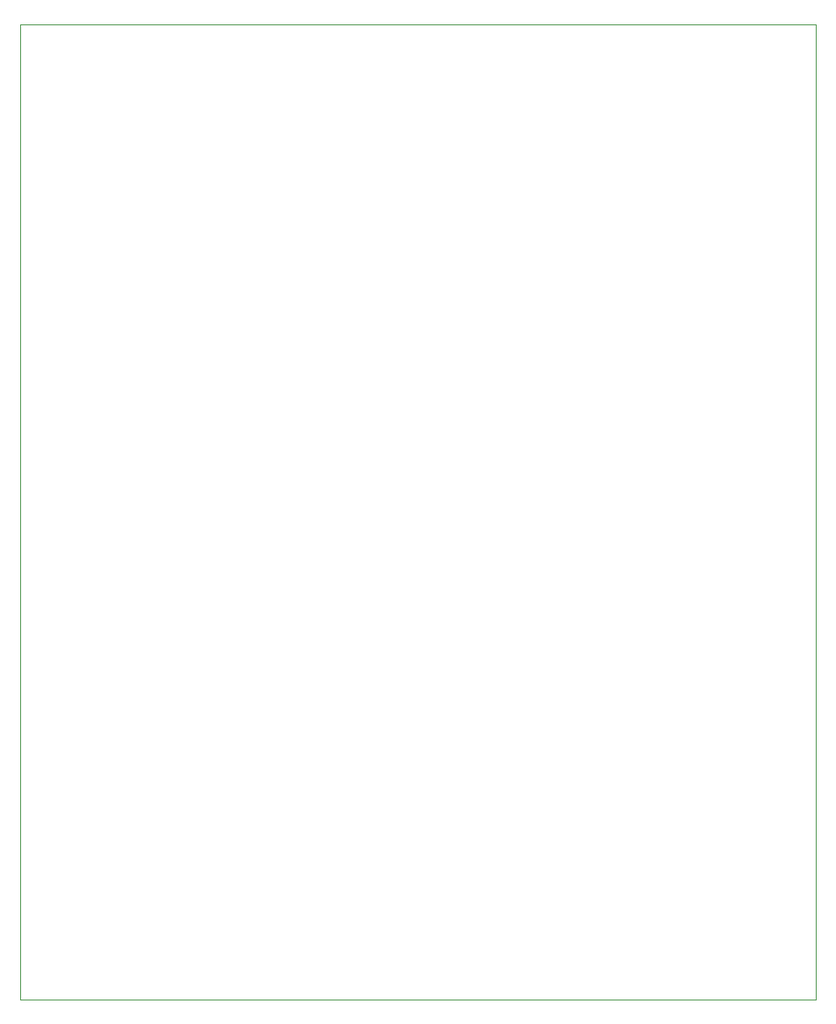
<source format=gm1>
G04 #@! TF.GenerationSoftware,KiCad,Pcbnew,(5.1.5-0)*
G04 #@! TF.CreationDate,2021-01-17T10:32:34-07:00*
G04 #@! TF.ProjectId,8ch_v5_nosma,3863685f-7635-45f6-9e6f-736d612e6b69,rev?*
G04 #@! TF.SameCoordinates,Original*
G04 #@! TF.FileFunction,Profile,NP*
%FSLAX46Y46*%
G04 Gerber Fmt 4.6, Leading zero omitted, Abs format (unit mm)*
G04 Created by KiCad (PCBNEW (5.1.5-0)) date 2021-01-17 10:32:34*
%MOMM*%
%LPD*%
G04 APERTURE LIST*
%ADD10C,0.050000*%
G04 APERTURE END LIST*
D10*
X220000000Y-36000000D02*
X140000000Y-36000000D01*
X220000000Y-134000000D02*
X220000000Y-36000000D01*
X140000000Y-134000000D02*
X220000000Y-134000000D01*
X140000000Y-36000000D02*
X140000000Y-134000000D01*
M02*

</source>
